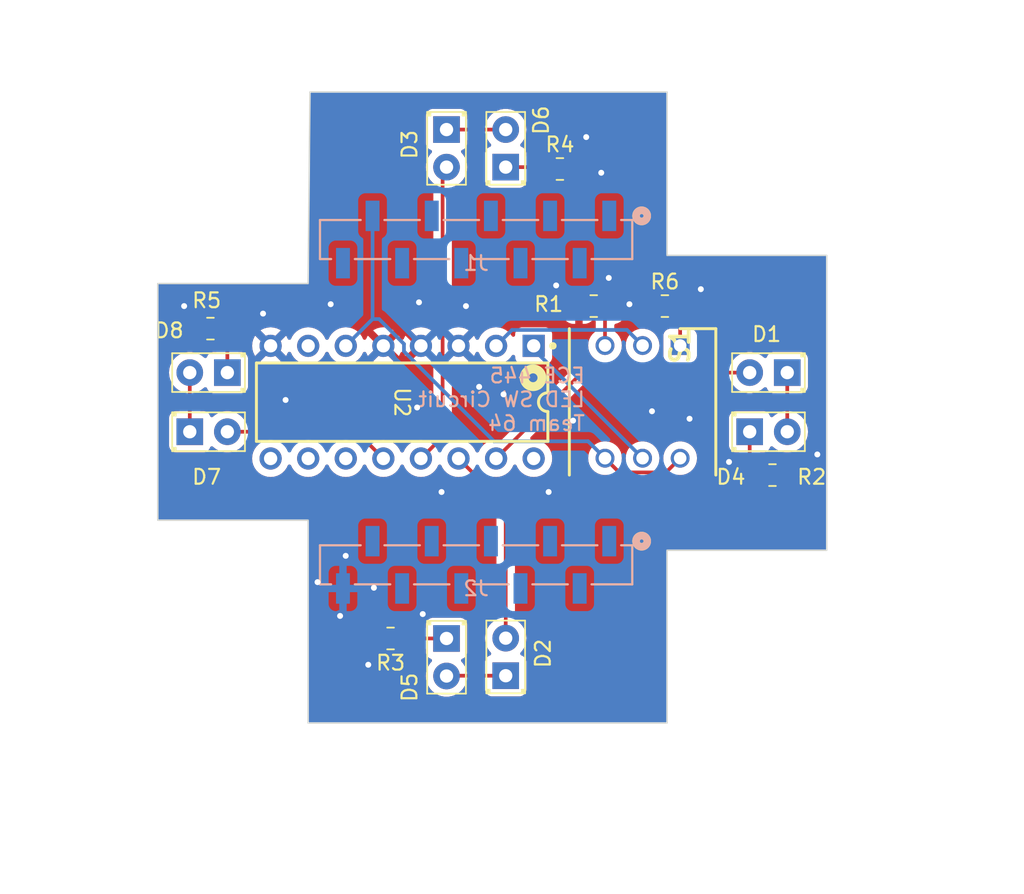
<source format=kicad_pcb>
(kicad_pcb (version 20221018) (generator pcbnew)
  (layers (0 "F.Cu" signal) (31 "B.Cu" signal) (34 "B.Paste" user) (35 "F.Paste" user) (36 "B.SilkS" user "B.Silkscreen") (37 "F.SilkS" user "F.Silkscreen") (38 "B.Mask" user) (39 "F.Mask" user) (44 "Edge.Cuts" user))
  (net 0 "")
  (net 9 "/VCom")
  (net 20 "Net-(D4-K)")
  (net 21 "Net-(D5-K)")
  (net 22 "Net-(D6-K)")
  (net 27 "Net-(D7-A)")
  (net 28 "Net-(D3-A)")
  (net 29 "Net-(D2-A)")
  (net 30 "Net-(D1-A)")
  (net 31 "/GND")
  (net 32 "Net-(D8-K)")
  (net 33 "Net-(D1-K)")
  (net 34 "Net-(D2-K)")
  (net 35 "Net-(D3-K)")
  (net 36 "Net-(D7-K)")
  (net 37 "Net-(S1-NO2)")
  (net 38 "Net-(S1-NO1)")
  (net 39 "Net-(S1-COM2)")
  (net 40 "Net-(S1-COM1)")
  (footprint "LED_THT:LED_D2.0mm_W4.8mm_H2.5mm_FlatTop" (layer "F.Cu") (at 98 67.564 -90)
    (fp_text reference "D3" (at 1.016 2.496 90) (layer "F.SilkS"))
    (fp_text value "LED" hide)
    (fp_line (start -1.19 -1.31) (end -1.19 1.31) (stroke (width 0.12)) (layer "F.SilkS"))
    (fp_line (start -1.19 -1.31) (end 3.73 -1.31) (stroke (width 0.12)) (layer "F.SilkS"))
    (fp_line (start -1.19 1.31) (end 3.73 1.31) (stroke (width 0.12)) (layer "F.SilkS"))
    (fp_line (start -1.07 -1.31) (end -1.07 -1.08) (stroke (width 0.12)) (layer "F.SilkS"))
    (fp_line (start -1.07 1.08) (end -1.07 1.31) (stroke (width 0.12)) (layer "F.SilkS"))
    (fp_line (start -0.95 -1.31) (end -0.95 -1.08) (stroke (width 0.12)) (layer "F.SilkS"))
    (fp_line (start -0.95 1.08) (end -0.95 1.31) (stroke (width 0.12)) (layer "F.SilkS"))
    (fp_line (start 3.73 -1.31) (end 3.73 1.31) (stroke (width 0.12)) (layer "F.SilkS"))
    (pad "1" thru_hole rect (at 0 0 270) (size 1.8 1.8) (drill 0.9) (layers "*.Cu" "*.Mask") (net 35 "Net-(D3-K)"))
    (pad "2" thru_hole circle (at 2.54 0 270) (size 1.8 1.8) (drill 0.9) (layers "*.Cu" "*.Mask") (net 28 "Net-(D3-A)"))
  )
  (footprint "Resistor_SMD:R_0805_2012Metric_Pad1.20x1.40mm_HandSolder" (layer "F.Cu") (at 82.042 81.026 180)
    (fp_text reference "R5" (at 0.254 1.905) (layer "F.SilkS"))
    (fp_text value "75" hide)
    (fp_line (start -0.227064 -0.735) (end 0.227064 -0.735) (stroke (width 0.12)) (layer "F.SilkS"))
    (fp_line (start -0.227064 0.735) (end 0.227064 0.735) (stroke (width 0.12)) (layer "F.SilkS"))
    (pad "1" smd roundrect (at -1 0 180) (size 1.2 1.4) (layers "F.Cu" "F.Paste" "F.Mask") (roundrect_rratio 0.208333) (net 32 "Net-(D8-K)"))
    (pad "2" smd roundrect (at 1 0 180) (size 1.2 1.4) (layers "F.Cu" "F.Paste" "F.Mask") (roundrect_rratio 0.208333) (net 31 "/GND"))
  )
  (footprint "LED_THT:LED_D2.0mm_W4.8mm_H2.5mm_FlatTop" (layer "F.Cu") (at 83.185 84 180)
    (fp_text reference "D8" (at 3.937 2.847) (layer "F.SilkS"))
    (fp_text value "LED" hide)
    (fp_line (start -1.19 -1.31) (end -1.19 1.31) (stroke (width 0.12)) (layer "F.SilkS"))
    (fp_line (start -1.19 -1.31) (end 3.73 -1.31) (stroke (width 0.12)) (layer "F.SilkS"))
    (fp_line (start -1.19 1.31) (end 3.73 1.31) (stroke (width 0.12)) (layer "F.SilkS"))
    (fp_line (start -1.07 -1.31) (end -1.07 -1.08) (stroke (width 0.12)) (layer "F.SilkS"))
    (fp_line (start -1.07 1.08) (end -1.07 1.31) (stroke (width 0.12)) (layer "F.SilkS"))
    (fp_line (start -0.95 -1.31) (end -0.95 -1.08) (stroke (width 0.12)) (layer "F.SilkS"))
    (fp_line (start -0.95 1.08) (end -0.95 1.31) (stroke (width 0.12)) (layer "F.SilkS"))
    (fp_line (start 3.73 -1.31) (end 3.73 1.31) (stroke (width 0.12)) (layer "F.SilkS"))
    (pad "1" thru_hole rect (at 0 0 180) (size 1.8 1.8) (drill 0.9) (layers "*.Cu" "*.Mask") (net 32 "Net-(D8-K)"))
    (pad "2" thru_hole circle (at 2.54 0 180) (size 1.8 1.8) (drill 0.9) (layers "*.Cu" "*.Mask") (net 36 "Net-(D7-K)"))
  )
  (footprint "Resistor_SMD:R_0805_2012Metric_Pad1.20x1.40mm_HandSolder" (layer "F.Cu") (at 94.218 101.981 180)
    (fp_text reference "R3" (at 0 -1.65) (layer "F.SilkS"))
    (fp_text value "75" hide)
    (fp_line (start -0.227064 -0.735) (end 0.227064 -0.735) (stroke (width 0.12)) (layer "F.SilkS"))
    (fp_line (start -0.227064 0.735) (end 0.227064 0.735) (stroke (width 0.12)) (layer "F.SilkS"))
    (pad "1" smd roundrect (at -1 0 180) (size 1.2 1.4) (layers "F.Cu" "F.Paste" "F.Mask") (roundrect_rratio 0.208333) (net 21 "Net-(D5-K)"))
    (pad "2" smd roundrect (at 1 0 180) (size 1.2 1.4) (layers "F.Cu" "F.Paste" "F.Mask") (roundrect_rratio 0.208333) (net 31 "/GND"))
  )
  (footprint "LED_THT:LED_D2.0mm_W4.8mm_H2.5mm_FlatTop" (layer "F.Cu") (at 102 70.104 90)
    (fp_text reference "D6" (at 3.175 2.394 90) (layer "F.SilkS"))
    (fp_text value "LED" hide)
    (fp_line (start -1.19 -1.31) (end -1.19 1.31) (stroke (width 0.12)) (layer "F.SilkS"))
    (fp_line (start -1.19 -1.31) (end 3.73 -1.31) (stroke (width 0.12)) (layer "F.SilkS"))
    (fp_line (start -1.19 1.31) (end 3.73 1.31) (stroke (width 0.12)) (layer "F.SilkS"))
    (fp_line (start -1.07 -1.31) (end -1.07 -1.08) (stroke (width 0.12)) (layer "F.SilkS"))
    (fp_line (start -1.07 1.08) (end -1.07 1.31) (stroke (width 0.12)) (layer "F.SilkS"))
    (fp_line (start -0.95 -1.31) (end -0.95 -1.08) (stroke (width 0.12)) (layer "F.SilkS"))
    (fp_line (start -0.95 1.08) (end -0.95 1.31) (stroke (width 0.12)) (layer "F.SilkS"))
    (fp_line (start 3.73 -1.31) (end 3.73 1.31) (stroke (width 0.12)) (layer "F.SilkS"))
    (pad "1" thru_hole rect (at 0 0 90) (size 1.8 1.8) (drill 0.9) (layers "*.Cu" "*.Mask") (net 22 "Net-(D6-K)"))
    (pad "2" thru_hole circle (at 2.54 0 90) (size 1.8 1.8) (drill 0.9) (layers "*.Cu" "*.Mask") (net 35 "Net-(D3-K)"))
  )
  (footprint "LED_THT:LED_D2.0mm_W4.8mm_H2.5mm_FlatTop" (layer "F.Cu") (at 102 104.5 90)
    (fp_text reference "D2" (at 1.503 2.521 90) (layer "F.SilkS"))
    (fp_text value "LED" hide)
    (fp_line (start -1.19 -1.31) (end -1.19 1.31) (stroke (width 0.12)) (layer "F.SilkS"))
    (fp_line (start -1.19 -1.31) (end 3.73 -1.31) (stroke (width 0.12)) (layer "F.SilkS"))
    (fp_line (start -1.19 1.31) (end 3.73 1.31) (stroke (width 0.12)) (layer "F.SilkS"))
    (fp_line (start -1.07 -1.31) (end -1.07 -1.08) (stroke (width 0.12)) (layer "F.SilkS"))
    (fp_line (start -1.07 1.08) (end -1.07 1.31) (stroke (width 0.12)) (layer "F.SilkS"))
    (fp_line (start -0.95 -1.31) (end -0.95 -1.08) (stroke (width 0.12)) (layer "F.SilkS"))
    (fp_line (start -0.95 1.08) (end -0.95 1.31) (stroke (width 0.12)) (layer "F.SilkS"))
    (fp_line (start 3.73 -1.31) (end 3.73 1.31) (stroke (width 0.12)) (layer "F.SilkS"))
    (pad "1" thru_hole rect (at 0 0 90) (size 1.8 1.8) (drill 0.9) (layers "*.Cu" "*.Mask") (net 34 "Net-(D2-K)"))
    (pad "2" thru_hole circle (at 2.54 0 90) (size 1.8 1.8) (drill 0.9) (layers "*.Cu" "*.Mask") (net 29 "Net-(D2-A)"))
  )
  (footprint "LED_THT:LED_D2.0mm_W4.8mm_H2.5mm_FlatTop" (layer "F.Cu") (at 118.491 88)
    (fp_text reference "D4" (at -1.27 3.059) (layer "F.SilkS"))
    (fp_text value "LED" hide)
    (fp_line (start -1.19 -1.31) (end -1.19 1.31) (stroke (width 0.12)) (layer "F.SilkS"))
    (fp_line (start -1.19 -1.31) (end 3.73 -1.31) (stroke (width 0.12)) (layer "F.SilkS"))
    (fp_line (start -1.19 1.31) (end 3.73 1.31) (stroke (width 0.12)) (layer "F.SilkS"))
    (fp_line (start -1.07 -1.31) (end -1.07 -1.08) (stroke (width 0.12)) (layer "F.SilkS"))
    (fp_line (start -1.07 1.08) (end -1.07 1.31) (stroke (width 0.12)) (layer "F.SilkS"))
    (fp_line (start -0.95 -1.31) (end -0.95 -1.08) (stroke (width 0.12)) (layer "F.SilkS"))
    (fp_line (start -0.95 1.08) (end -0.95 1.31) (stroke (width 0.12)) (layer "F.SilkS"))
    (fp_line (start 3.73 -1.31) (end 3.73 1.31) (stroke (width 0.12)) (layer "F.SilkS"))
    (pad "1" thru_hole rect (at 0 0) (size 1.8 1.8) (drill 0.9) (layers "*.Cu" "*.Mask") (net 20 "Net-(D4-K)"))
    (pad "2" thru_hole circle (at 2.54 0) (size 1.8 1.8) (drill 0.9) (layers "*.Cu" "*.Mask") (net 33 "Net-(D1-K)"))
  )
  (footprint "Resistor_SMD:R_0805_2012Metric_Pad1.20x1.40mm_HandSolder" (layer "F.Cu") (at 107.95 79.502 180)
    (fp_text reference "R1" (at 3.048 0.127) (layer "F.SilkS"))
    (fp_text value "R" hide)
    (fp_line (start -0.227064 -0.735) (end 0.227064 -0.735) (stroke (width 0.12)) (layer "F.SilkS"))
    (fp_line (start -0.227064 0.735) (end 0.227064 0.735) (stroke (width 0.12)) (layer "F.SilkS"))
    (pad "1" smd roundrect (at -1 0 180) (size 1.2 1.4) (layers "F.Cu" "F.Paste" "F.Mask") (roundrect_rratio 0.208333) (net 37 "Net-(S1-NO2)"))
    (pad "2" smd roundrect (at 1 0 180) (size 1.2 1.4) (layers "F.Cu" "F.Paste" "F.Mask") (roundrect_rratio 0.208333) (net 31 "/GND"))
  )
  (footprint "Resistor_SMD:R_0805_2012Metric_Pad1.20x1.40mm_HandSolder" (layer "F.Cu") (at 105.664 70.231)
    (fp_text reference "R4" (at 0 -1.65) (layer "F.SilkS"))
    (fp_text value "75" hide)
    (fp_line (start -0.227064 -0.735) (end 0.227064 -0.735) (stroke (width 0.12)) (layer "F.SilkS"))
    (fp_line (start -0.227064 0.735) (end 0.227064 0.735) (stroke (width 0.12)) (layer "F.SilkS"))
    (pad "1" smd roundrect (at -1 0) (size 1.2 1.4) (layers "F.Cu" "F.Paste" "F.Mask") (roundrect_rratio 0.208333) (net 22 "Net-(D6-K)"))
    (pad "2" smd roundrect (at 1 0) (size 1.2 1.4) (layers "F.Cu" "F.Paste" "F.Mask") (roundrect_rratio 0.208333) (net 31 "/GND"))
  )
  (footprint "LED_THT:LED_D2.0mm_W4.8mm_H2.5mm_FlatTop" (layer "F.Cu") (at 121.031 84 180)
    (fp_text reference "D1" (at 1.397 2.593) (layer "F.SilkS"))
    (fp_text value "LED" hide)
    (fp_line (start -1.19 -1.31) (end -1.19 1.31) (stroke (width 0.12)) (layer "F.SilkS"))
    (fp_line (start -1.19 -1.31) (end 3.73 -1.31) (stroke (width 0.12)) (layer "F.SilkS"))
    (fp_line (start -1.19 1.31) (end 3.73 1.31) (stroke (width 0.12)) (layer "F.SilkS"))
    (fp_line (start -1.07 -1.31) (end -1.07 -1.08) (stroke (width 0.12)) (layer "F.SilkS"))
    (fp_line (start -1.07 1.08) (end -1.07 1.31) (stroke (width 0.12)) (layer "F.SilkS"))
    (fp_line (start -0.95 -1.31) (end -0.95 -1.08) (stroke (width 0.12)) (layer "F.SilkS"))
    (fp_line (start -0.95 1.08) (end -0.95 1.31) (stroke (width 0.12)) (layer "F.SilkS"))
    (fp_line (start 3.73 -1.31) (end 3.73 1.31) (stroke (width 0.12)) (layer "F.SilkS"))
    (pad "1" thru_hole rect (at 0 0 180) (size 1.8 1.8) (drill 0.9) (layers "*.Cu" "*.Mask") (net 33 "Net-(D1-K)"))
    (pad "2" thru_hole circle (at 2.54 0 180) (size 1.8 1.8) (drill 0.9) (layers "*.Cu" "*.Mask") (net 30 "Net-(D1-A)"))
  )
  (footprint "LED_THT:LED_D2.0mm_W4.8mm_H2.5mm_FlatTop" (layer "F.Cu") (at 98 101.981 -90)
    (fp_text reference "D5" (at 3.302 2.496 90) (layer "F.SilkS"))
    (fp_text value "LED" hide)
    (fp_line (start -1.19 -1.31) (end -1.19 1.31) (stroke (width 0.12)) (layer "F.SilkS"))
    (fp_line (start -1.19 -1.31) (end 3.73 -1.31) (stroke (width 0.12)) (layer "F.SilkS"))
    (fp_line (start -1.19 1.31) (end 3.73 1.31) (stroke (width 0.12)) (layer "F.SilkS"))
    (fp_line (start -1.07 -1.31) (end -1.07 -1.08) (stroke (width 0.12)) (layer "F.SilkS"))
    (fp_line (start -1.07 1.08) (end -1.07 1.31) (stroke (width 0.12)) (layer "F.SilkS"))
    (fp_line (start -0.95 -1.31) (end -0.95 -1.08) (stroke (width 0.12)) (layer "F.SilkS"))
    (fp_line (start -0.95 1.08) (end -0.95 1.31) (stroke (width 0.12)) (layer "F.SilkS"))
    (fp_line (start 3.73 -1.31) (end 3.73 1.31) (stroke (width 0.12)) (layer "F.SilkS"))
    (pad "1" thru_hole rect (at 0 0 270) (size 1.8 1.8) (drill 0.9) (layers "*.Cu" "*.Mask") (net 21 "Net-(D5-K)"))
    (pad "2" thru_hole circle (at 2.54 0 270) (size 1.8 1.8) (drill 0.9) (layers "*.Cu" "*.Mask") (net 34 "Net-(D2-K)"))
  )
  (footprint "LED_THT:LED_D2.0mm_W4.8mm_H2.5mm_FlatTop" (layer "F.Cu") (at 80.645 88)
    (fp_text reference "D7" (at 1.143 3.059) (layer "F.SilkS"))
    (fp_text value "LED" hide)
    (fp_line (start -1.19 -1.31) (end -1.19 1.31) (stroke (width 0.12)) (layer "F.SilkS"))
    (fp_line (start -1.19 -1.31) (end 3.73 -1.31) (stroke (width 0.12)) (layer "F.SilkS"))
    (fp_line (start -1.19 1.31) (end 3.73 1.31) (stroke (width 0.12)) (layer "F.SilkS"))
    (fp_line (start -1.07 -1.31) (end -1.07 -1.08) (stroke (width 0.12)) (layer "F.SilkS"))
    (fp_line (start -1.07 1.08) (end -1.07 1.31) (stroke (width 0.12)) (layer "F.SilkS"))
    (fp_line (start -0.95 -1.31) (end -0.95 -1.08) (stroke (width 0.12)) (layer "F.SilkS"))
    (fp_line (start -0.95 1.08) (end -0.95 1.31) (stroke (width 0.12)) (layer "F.SilkS"))
    (fp_line (start 3.73 -1.31) (end 3.73 1.31) (stroke (width 0.12)) (layer "F.SilkS"))
    (pad "1" thru_hole rect (at 0 0) (size 1.8 1.8) (drill 0.9) (layers "*.Cu" "*.Mask") (net 36 "Net-(D7-K)"))
    (pad "2" thru_hole circle (at 2.54 0) (size 1.8 1.8) (drill 0.9) (layers "*.Cu" "*.Mask") (net 27 "Net-(D7-A)"))
  )
  (footprint "Resistor_SMD:R_0805_2012Metric_Pad1.20x1.40mm_HandSolder" (layer "F.Cu") (at 112.76 79.502)
    (fp_text reference "R6" (at 0 -1.65) (layer "F.SilkS"))
    (fp_text value "R" hide)
    (fp_line (start -0.227064 -0.735) (end 0.227064 -0.735) (stroke (width 0.12)) (layer "F.SilkS"))
    (fp_line (start -0.227064 0.735) (end 0.227064 0.735) (stroke (width 0.12)) (layer "F.SilkS"))
    (pad "1" smd roundrect (at -1 0) (size 1.2 1.4) (layers "F.Cu" "F.Paste" "F.Mask") (roundrect_rratio 0.208333) (net 31 "/GND"))
    (pad "2" smd roundrect (at 1 0) (size 1.2 1.4) (layers "F.Cu" "F.Paste" "F.Mask") (roundrect_rratio 0.208333) (net 38 "Net-(S1-NO1)"))
  )
  (footprint "Resistor_SMD:R_0805_2012Metric_Pad1.20x1.40mm_HandSolder" (layer "F.Cu") (at 120.031 90.932)
    (fp_text reference "R2" (at 2.651 0.127) (layer "F.SilkS"))
    (fp_text value "75" hide)
    (fp_line (start -0.227064 -0.735) (end 0.227064 -0.735) (stroke (width 0.12)) (layer "F.SilkS"))
    (fp_line (start -0.227064 0.735) (end 0.227064 0.735) (stroke (width 0.12)) (layer "F.SilkS"))
    (pad "1" smd roundrect (at -1 0) (size 1.2 1.4) (layers "F.Cu" "F.Paste" "F.Mask") (roundrect_rratio 0.208333) (net 20 "Net-(D4-K)"))
    (pad "2" smd roundrect (at 1 0) (size 1.2 1.4) (layers "F.Cu" "F.Paste" "F.Mask") (roundrect_rratio 0.208333) (net 31 "/GND"))
  )
  (footprint "sw:DIPS762W56P254L965H749Q6N" (layer "F.Cu") (at 113.792 82.169 -90)
    (fp_text reference "S1" (at 0 0 90) (layer "F.SilkS") (effects (font (size 1.27 1.27) (thickness 0.254))))
    (fp_text value "76SC02T" hide)
    (fp_line (start -1.14 -2.41) (end -1.14 0) (stroke (width 0.2)) (layer "F.SilkS"))
    (fp_line (start -1.14 7.49) (end 8.76 7.49) (stroke (width 0.2)) (layer "F.SilkS"))
    (fp_line (start 8.76 -2.41) (end -1.14 -2.41) (stroke (width 0.2)) (layer "F.SilkS"))
    (pad "1" thru_hole rect (at 0 0 270) (size 1.275 1.275) (drill 0.85) (layers "*.Cu" "*.Mask") (net 38 "Net-(S1-NO1)"))
    (pad "2" thru_hole circle (at 0 2.54 270) (size 1.275 1.275) (drill 0.85) (layers "*.Cu" "*.Mask") (net 39 "Net-(S1-COM2)"))
    (pad "3" thru_hole circle (at 0 5.08 270) (size 1.275 1.275) (drill 0.85) (layers "*.Cu" "*.Mask") (net 37 "Net-(S1-NO2)"))
    (pad "4" thru_hole circle (at 7.62 5.08 270) (size 1.275 1.275) (drill 0.85) (layers "*.Cu" "*.Mask") (net 9 "/VCom"))
    (pad "5" thru_hole circle (at 7.62 2.54 270) (size 1.275 1.275) (drill 0.85) (layers "*.Cu" "*.Mask") (net 40 "Net-(S1-COM1)"))
    (pad "6" thru_hole circle (at 7.62 0 270) (size 1.275 1.275) (drill 0.85) (layers "*.Cu" "*.Mask") (net 9 "/VCom"))
  )
  (footprint "Local_footprints:CD74HCT138E" (layer "F.Cu") (at 95 86 -90)
    (fp_text reference "U2" (at 0 0 -90 unlocked) (layer "F.SilkS"))
    (fp_text value "CD74HCT138E" hide)
    (fp_line (start -2.65 -9.850001) (end -0.635 -9.850001) (stroke (width 0.2)) (layer "F.SilkS"))
    (fp_line (start -2.65 9.850001) (end -2.65 -9.850001) (stroke (width 0.2)) (layer "F.SilkS"))
    (fp_line (start -2.65 9.850001) (end 2.65 9.850001) (stroke (width 0.2)) (layer "F.SilkS"))
    (fp_line (start 0.635 -9.850001) (end 2.65 -9.850001) (stroke (width 0.2)) (layer "F.SilkS"))
    (fp_line (start 2.65 9.850001) (end 2.65 -9.850001) (stroke (width 0.2)) (layer "F.SilkS"))
    (fp_arc (start 0.635 -9.850001) (mid 0 -9.215001) (end -0.635 -9.850001) (stroke (width 0.2)) (layer "F.SilkS"))
    (fp_circle (center -3.81 -10.19) (end -3.684999 -10.19) (stroke (width 0.25)) (fill none) (layer "F.SilkS"))
    (fp_circle (center -1.649999 -8.85) (end -1.35 -8.85) (stroke (width 0.6)) (fill none) (layer "F.SilkS"))
    (pad "1" thru_hole rect (at -3.81 -8.89 270) (size 1.5 1.5) (drill 0.900001) (layers "*.Cu" "*.Mask") (net 40 "Net-(S1-COM1)"))
    (pad "2" thru_hole circle (at -3.81 -6.35 270) (size 1.5 1.5) (drill 0.900001) (layers "*.Cu" "*.Mask") (net 39 "Net-(S1-COM2)"))
    (pad "3" thru_hole circle (at -3.81 -3.81 270) (size 1.5 1.5) (drill 0.900001) (layers "*.Cu" "*.Mask") (net 31 "/GND"))
    (pad "4" thru_hole circle (at -3.81 -1.27 270) (size 1.5 1.5) (drill 0.900001) (layers "*.Cu" "*.Mask") (net 31 "/GND"))
    (pad "5" thru_hole circle (at -3.81 1.27 270) (size 1.5 1.5) (drill 0.900001) (layers "*.Cu" "*.Mask") (net 31 "/GND"))
    (pad "6" thru_hole circle (at -3.81 3.81 270) (size 1.5 1.5) (drill 0.900001) (layers "*.Cu" "*.Mask") (net 9 "/VCom"))
    (pad "7" thru_hole circle (at -3.81 6.35 270) (size 1.5 1.5) (drill 0.900001) (layers "*.Cu" "*.Mask"))
    (pad "8" thru_hole circle (at -3.81 8.89 270) (size 1.5 1.5) (drill 0.900001) (layers "*.Cu" "*.Mask") (net 31 "/GND"))
    (pad "9" thru_hole circle (at 3.81 8.89 270) (size 1.5 1.5) (drill 0.900001) (layers "*.Cu" "*.Mask"))
    (pad "10" thru_hole circle (at 3.81 6.35 270) (size 1.5 1.5) (drill 0.900001) (layers "*.Cu" "*.Mask"))
    (pad "11" thru_hole circle (at 3.81 3.81 270) (size 1.5 1.5) (drill 0.900001) (layers "*.Cu" "*.Mask"))
    (pad "12" thru_hole circle (at 3.81 1.27 270) (size 1.5 1.5) (drill 0.900001) (layers "*.Cu" "*.Mask") (net 27 "Net-(D7-A)"))
    (pad "13" thru_hole circle (at 3.81 -1.27 270) (size 1.5 1.5) (drill 0.900001) (layers "*.Cu" "*.Mask") (net 28 "Net-(D3-A)"))
    (pad "14" thru_hole circle (at 3.81 -3.81 270) (size 1.5 1.5) (drill 0.900001) (layers "*.Cu" "*.Mask") (net 29 "Net-(D2-A)"))
    (pad "15" thru_hole circle (at 3.81 -6.35 270) (size 1.5 1.5) (drill 0.900001) (layers "*.Cu" "*.Mask") (net 30 "Net-(D1-A)"))
    (pad "16" thru_hole circle (at 3.81 -8.89 270) (size 1.5 1.5) (drill 0.900001) (layers "*.Cu" "*.Mask"))
  )
  (footprint "Local_footprints:Connector" (layer "B.Cu") (at 100 97 180)
    (fp_text reference "J2" (at 0 -1.599946 unlocked) (layer "B.SilkS") (effects (justify mirror)))
    (fp_text value "Left Skid")
    (fp_line (start -10.5537 -1.3208) (end -7.802641 -1.3208) (stroke (width 0.1524)) (layer "B.SilkS"))
    (fp_line (start -10.5537 1.3208) (end -10.5537 -1.3208) (stroke (width 0.1524)) (layer "B.SilkS"))
    (fp_line (start -9.80264 1.3208) (end -10.5537 1.3208) (stroke (width 0.1524)) (layer "B.SilkS"))
    (fp_line (start -6.197361 -1.3208) (end -3.802639 -1.3208) (stroke (width 0.1524)) (layer "B.SilkS"))
    (fp_line (start -5.80264 1.3208) (end -8.19736 1.3208) (stroke (width 0.1524)) (layer "B.SilkS"))
    (fp_line (start -2.197359 -1.3208) (end 0.197361 -1.3208) (stroke (width 0.1524)) (layer "B.SilkS"))
    (fp_line (start -1.802641 1.3208) (end -4.19736 1.3208) (stroke (width 0.1524)) (layer "B.SilkS"))
    (fp_line (start 1.802641 -1.3208) (end 4.19736 -1.3208) (stroke (width 0.1524)) (layer "B.SilkS"))
    (fp_line (start 2.197359 1.3208) (end -0.197361 1.3208) (stroke (width 0.1524)) (layer "B.SilkS"))
    (fp_line (start 5.80264 -1.3208) (end 8.19736 -1.3208) (stroke (width 0.1524)) (layer "B.SilkS"))
    (fp_line (start 6.197359 1.3208) (end 3.802639 1.3208) (stroke (width 0.1524)) (layer "B.SilkS"))
    (fp_line (start 9.80264 -1.3208) (end 10.5537 -1.3208) (stroke (width 0.1524)) (layer "B.SilkS"))
    (fp_line (start 10.5537 -1.3208) (end 10.5537 1.3208) (stroke (width 0.1524)) (layer "B.SilkS"))
    (fp_line (start 10.5537 1.3208) (end 7.802639 1.3208) (stroke (width 0.1524)) (layer "B.SilkS"))
    (fp_circle (center -11.1887 1.600055) (end -10.8077 1.600055) (stroke (width 0.508)) (fill none) (layer "B.SilkS"))
    (fp_circle (center -11.1887 1.600055) (end -10.8077 1.600055) (stroke (width 0.508)) (fill none) (layer "F.SilkS"))
    (pad "1" smd rect (at -9 1.600055 180) (size 0.9398 2.0574) (layers "B.Cu" "B.Paste" "B.Mask"))
    (pad "2" smd rect (at -7.000001 -1.599946 180) (size 0.9398 2.0574) (layers "B.Cu" "B.Paste" "B.Mask"))
    (pad "3" smd rect (at -5 1.600055 180) (size 0.9398 2.0574) (layers "B.Cu" "B.Paste" "B.Mask"))
    (pad "4" smd rect (at -2.999999 -1.599946 180) (size 0.9398 2.0574) (layers "B.Cu" "B.Paste" "B.Mask"))
    (pad "5" smd rect (at -1.000001 1.600055 180) (size 0.9398 2.0574) (layers "B.Cu" "B.Paste" "B.Mask"))
    (pad "6" smd rect (at 1.000001 -1.599946 180) (size 0.9398 2.0574) (layers "B.Cu" "B.Paste" "B.Mask"))
    (pad "7" smd rect (at 2.999999 1.600055 180) (size 0.9398 2.0574) (layers "B.Cu" "B.Paste" "B.Mask"))
    (pad "8" smd rect (at 5 -1.599946 180) (size 0.9398 2.0574) (layers "B.Cu" "B.Paste" "B.Mask"))
    (pad "9" smd rect (at 6.999999 1.600055 180) (size 0.9398 2.0574) (layers "B.Cu" "B.Paste" "B.Mask"))
    (pad "10" smd rect (at 9 -1.599946 180) (size 0.9398 2.0574) (layers "B.Cu" "B.Paste" "B.Mask") (net 31 "/GND"))
  )
  (footprint "Local_footprints:Connector" (layer "B.Cu") (at 100 75 180)
    (fp_text reference "J1" (at 0 -1.599946 unlocked) (layer "B.SilkS") (effects (justify mirror)))
    (fp_text value "Right Skid")
    (fp_line (start -10.5537 -1.3208) (end -7.802641 -1.3208) (stroke (width 0.1524)) (layer "B.SilkS"))
    (fp_line (start -10.5537 1.3208) (end -10.5537 -1.3208) (stroke (width 0.1524)) (layer "B.SilkS"))
    (fp_line (start -9.80264 1.3208) (end -10.5537 1.3208) (stroke (width 0.1524)) (layer "B.SilkS"))
    (fp_line (start -6.197361 -1.3208) (end -3.802639 -1.3208) (stroke (width 0.1524)) (layer "B.SilkS"))
    (fp_line (start -5.80264 1.3208) (end -8.19736 1.3208) (stroke (width 0.1524)) (layer "B.SilkS"))
    (fp_line (start -2.197359 -1.3208) (end 0.197361 -1.3208) (stroke (width 0.1524)) (layer "B.SilkS"))
    (fp_line (start -1.802641 1.3208) (end -4.19736 1.3208) (stroke (width 0.1524)) (layer "B.SilkS"))
    (fp_line (start 1.802641 -1.3208) (end 4.19736 -1.3208) (stroke (width 0.1524)) (layer "B.SilkS"))
    (fp_line (start 2.197359 1.3208) (end -0.197361 1.3208) (stroke (width 0.1524)) (layer "B.SilkS"))
    (fp_line (start 5.80264 -1.3208) (end 8.19736 -1.3208) (stroke (width 0.1524)) (layer "B.SilkS"))
    (fp_line (start 6.197359 1.3208) (end 3.802639 1.3208) (stroke (width 0.1524)) (layer "B.SilkS"))
    (fp_line (start 9.80264 -1.3208) (end 10.5537 -1.3208) (stroke (width 0.1524)) (layer "B.SilkS"))
    (fp_line (start 10.5537 -1.3208) (end 10.5537 1.3208) (stroke (width 0.1524)) (layer "B.SilkS"))
    (fp_line (start 10.5537 1.3208) (end 7.802639 1.3208) (stroke (width 0.1524)) (layer "B.SilkS"))
    (fp_circle (center -11.1887 1.600055) (end -10.8077 1.600055) (stroke (width 0.508)) (fill none) (layer "B.SilkS"))
    (fp_circle (center -11.1887 1.600055) (end -10.8077 1.600055) (stroke (width 0.508)) (fill none) (layer "F.SilkS"))
    (pad "1" smd rect (at -9 1.600055 180) (size 0.9398 2.0574) (layers "B.Cu" "B.Paste" "B.Mask"))
    (pad "2" smd rect (at -7.000001 -1.599946 180) (size 0.9398 2.0574) (layers "B.Cu" "B.Paste" "B.Mask"))
    (pad "3" smd rect (at -5 1.600055 180) (size 0.9398 2.0574) (layers "B.Cu" "B.Paste" "B.Mask"))
    (pad "4" smd rect (at -2.999999 -1.599946 180) (size 0.9398 2.0574) (layers "B.Cu" "B.Paste" "B.Mask"))
    (pad "5" smd rect (at -1.000001 1.600055 180) (size 0.9398 2.0574) (layers "B.Cu" "B.Paste" "B.Mask"))
    (pad "6" smd rect (at 1.000001 -1.599946 180) (size 0.9398 2.0574) (layers "B.Cu" "B.Paste" "B.Mask"))
    (pad "7" smd rect (at 2.999999 1.600055 180) (size 0.9398 2.0574) (layers "B.Cu" "B.Paste" "B.Mask"))
    (pad "8" smd rect (at 5 -1.599946 180) (size 0.9398 2.0574) (layers "B.Cu" "B.Paste" "B.Mask"))
    (pad "9" smd rect (at 6.999999 1.600055 180) (size 0.9398 2.0574) (layers "B.Cu" "B.Paste" "B.Mask") (net 9 "/VCom"))
    (pad "10" smd rect (at 9 -1.599946 180) (size 0.9398 2.0574) (layers "B.Cu" "B.Paste" "B.Mask"))
  )
  (gr_poly (pts (xy 123.698 76.073) (xy 123.698 96.012) (xy 112.903 96.012) (xy 112.903 107.696) (xy 88.646 107.696) (xy 88.646 93.98) (xy 78.486 93.98) (xy 78.486 77.978) (xy 88.646 77.978) (xy 88.773 65.024) (xy 112.903 65.024) (xy 112.903 76.073)) (stroke (width 0.1)) (fill none) (layer "Edge.Cuts"))
  (gr_text "ECE 445\nLED SW Circuit\nTeam 64\n" (at 107.442 88.011) (layer "B.SilkS") (effects (font (size 1 1)) (justify left bottom mirror)))
  (segment (start 113.792 89.789) (end 112.8295 90.7515) (width 0.25) (layer "F.Cu") (net 9))
  (segment (start 109.6745 90.7515) (end 108.712 89.789) (width 0.25) (layer "F.Cu") (net 9))
  (segment (start 112.8295 90.7515) (end 109.6745 90.7515) (width 0.25) (layer "F.Cu") (net 9))
  (segment (start 107.569 88.646) (end 108.712 89.789) (width 0.25) (layer "B.Cu") (net 9))
  (segment (start 93.000001 80.379999) (end 93.440279 80.379999) (width 0.25) (layer "B.Cu") (net 9))
  (segment (start 93.440279 80.379999) (end 95.123 82.06272) (width 0.25) (layer "B.Cu") (net 9))
  (segment (start 101.20572 88.646) (end 107.569 88.646) (width 0.25) (layer "B.Cu") (net 9))
  (segment (start 93.000001 73.399945) (end 93.000001 80.379999) (width 0.25) (layer "B.Cu") (net 9))
  (segment (start 95.123 82.06272) (end 95.123 82.56328) (width 0.25) (layer "B.Cu") (net 9))
  (segment (start 95.123 82.56328) (end 101.20572 88.646) (width 0.25) (layer "B.Cu") (net 9))
  (segment (start 93.000001 80.379999) (end 91.19 82.19) (width 0.25) (layer "B.Cu") (net 9))
  (segment (start 118.491 90.392) (end 119.031 90.932) (width 0.25) (layer "F.Cu") (net 20))
  (segment (start 118.491 88) (end 118.491 90.392) (width 0.25) (layer "F.Cu") (net 20))
  (segment (start 98 101.981) (end 95.218 101.981) (width 0.25) (layer "F.Cu") (net 21))
  (segment (start 104.537 70.104) (end 104.664 70.231) (width 0.25) (layer "F.Cu") (net 22))
  (segment (start 102 70.104) (end 104.537 70.104) (width 0.25) (layer "F.Cu") (net 22))
  (segment (start 91.92 88) (end 83.185 88) (width 0.25) (layer "F.Cu") (net 27))
  (segment (start 93.73 89.81) (end 91.92 88) (width 0.25) (layer "F.Cu") (net 27))
  (segment (start 97.735 70.369) (end 97.735 88.345) (width 0.25) (layer "F.Cu") (net 28))
  (segment (start 97.735 88.345) (end 96.27 89.81) (width 0.25) (layer "F.Cu") (net 28))
  (segment (start 98 70.104) (end 97.735 70.369) (width 0.25) (layer "F.Cu") (net 28))
  (segment (start 98.81 89.81) (end 102 93) (width 0.25) (layer "F.Cu") (net 29))
  (segment (start 102 93) (end 102 101.96) (width 0.25) (layer "F.Cu") (net 29))
  (segment (start 101.35 89.81) (end 107.16 84) (width 0.25) (layer "F.Cu") (net 30))
  (segment (start 107.16 84) (end 118.491 84) (width 0.25) (layer "F.Cu") (net 30))
  (via (at 117.094 90.043) (size 0.8) (drill 0.4) (layers "F.Cu" "B.Cu") (net 31))
  (via (at 96.393 100.33) (size 0.8) (drill 0.4) (layers "F.Cu" "B.Cu") (net 31))
  (via (at 97.663 92.075) (size 0.8) (drill 0.4) (layers "F.Cu" "B.Cu") (net 31))
  (via (at 92.71 103.759) (size 0.8) (drill 0.4) (layers "F.Cu" "B.Cu") (net 31))
  (via (at 105.41 78.105) (size 0.8) (drill 0.4) (layers "F.Cu" "B.Cu") (net 31))
  (via (at 101.854 85.471) (size 0.8) (drill 0.4) (layers "F.Cu" "B.Cu") (net 31))
  (via (at 91.186 96.393) (size 0.8) (drill 0.4) (layers "F.Cu" "B.Cu") (net 31))
  (via (at 108.458 70.485) (size 0.8) (drill 0.4) (layers "F.Cu" "B.Cu") (net 31))
  (via (at 96.012 86.36) (size 0.8) (drill 0.4) (layers "F.Cu" "B.Cu") (net 31))
  (via (at 85.598 80.01) (size 0.8) (drill 0.4) (layers "F.Cu" "B.Cu") (net 31))
  (via (at 115.189 78.359) (size 0.8) (drill 0.4) (layers "F.Cu" "B.Cu") (net 31))
  (via (at 87.122 85.852) (size 0.8) (drill 0.4) (layers "F.Cu" "B.Cu") (net 31))
  (via (at 106.553 87.249) (size 0.8) (drill 0.4) (layers "F.Cu" "B.Cu") (net 31))
  (via (at 89.281 98.171) (size 0.8) (drill 0.4) (layers "F.Cu" "B.Cu") (net 31))
  (via (at 100.203 84.963) (size 0.8) (drill 0.4) (layers "F.Cu" "B.Cu") (net 31))
  (via (at 114.427 87.122) (size 0.8) (drill 0.4) (layers "F.Cu" "B.Cu") (net 31))
  (via (at 111.887 86.614) (size 0.8) (drill 0.4) (layers "F.Cu" "B.Cu") (net 31))
  (via (at 123.063 89.535) (size 0.8) (drill 0.4) (layers "F.Cu" "B.Cu") (net 31))
  (via (at 99.314 79.502) (size 0.8) (drill 0.4) (layers "F.Cu" "B.Cu") (net 31))
  (via (at 90.17 79.375) (size 0.8) (drill 0.4) (layers "F.Cu" "B.Cu") (net 31))
  (via (at 80.264 79.502) (size 0.8) (drill 0.4) (layers "F.Cu" "B.Cu") (net 31))
  (via (at 107.442 68.072) (size 0.8) (drill 0.4) (layers "F.Cu" "B.Cu") (net 31))
  (via (at 96.139 79.248) (size 0.8) (drill 0.4) (layers "F.Cu" "B.Cu") (net 31))
  (via (at 108.966 77.597) (size 0.8) (drill 0.4) (layers "F.Cu" "B.Cu") (net 31))
  (via (at 110.363 79.375) (size 0.8) (drill 0.4) (layers "F.Cu" "B.Cu") (net 31))
  (via (at 93.091 98.552) (size 0.8) (drill 0.4) (layers "F.Cu" "B.Cu") (net 31))
  (via (at 90.805 100.457) (size 0.8) (drill 0.4) (layers "F.Cu" "B.Cu") (net 31))
  (via (at 104.902 92.075) (size 0.8) (drill 0.4) (layers "F.Cu" "B.Cu") (net 31))
  (segment (start 83.185 84) (end 83.185 81.169) (width 0.25) (layer "F.Cu") (net 32))
  (segment (start 83.185 81.169) (end 83.042 81.026) (width 0.25) (layer "F.Cu") (net 32))
  (segment (start 121.031 88) (end 121.031 84) (width 0.25) (layer "F.Cu") (net 33))
  (segment (start 102 104.5) (end 98.021 104.5) (width 0.25) (layer "F.Cu") (net 34))
  (segment (start 98.021 104.5) (end 98 104.521) (width 0.25) (layer "F.Cu") (net 34))
  (segment (start 98 67.564) (end 102 67.564) (width 0.25) (layer "F.Cu") (net 35))
  (segment (start 80.645 88) (end 80.645 84) (width 0.25) (layer "F.Cu") (net 36))
  (segment (start 108.712 82.169) (end 108.712 79.74) (width 0.25) (layer "F.Cu") (net 37))
  (segment (start 108.712 79.74) (end 108.95 79.502) (width 0.25) (layer "F.Cu") (net 37))
  (segment (start 113.792 79.534) (end 113.76 79.502) (width 0.25) (layer "F.Cu") (net 38))
  (segment (start 113.792 82.169) (end 113.792 79.534) (width 0.25) (layer "F.Cu") (net 38))
  (segment (start 111.252 82.169) (end 110.198 81.115) (width 0.25) (layer "B.Cu") (net 39))
  (segment (start 102.425 81.115) (end 101.35 82.19) (width 0.25) (layer "B.Cu") (net 39))
  (segment (start 110.198 81.115) (end 102.425 81.115) (width 0.25) (layer "B.Cu") (net 39))
  (segment (start 103.89 82.427) (end 103.89 82.19) (width 0.25) (layer "B.Cu") (net 40))
  (segment (start 111.252 89.789) (end 103.89 82.427) (width 0.25) (layer "B.Cu") (net 40))
  (zone (net 31) (net_name "/GND") (layers "F&B.Cu") (connect_pads (clearance 0.5)) (min_thickness 0.25) (fill yes (thermal_gap 0.5) (thermal_bridge_width 0.5))
    (polygon (pts (xy 137.033 58.801) (xy 135.001 119.253) (xy 67.818 116.967) (xy 70.231 58.928) (xy 70.358 58.801) (xy 71.501 58.801)))
  )
)
</source>
